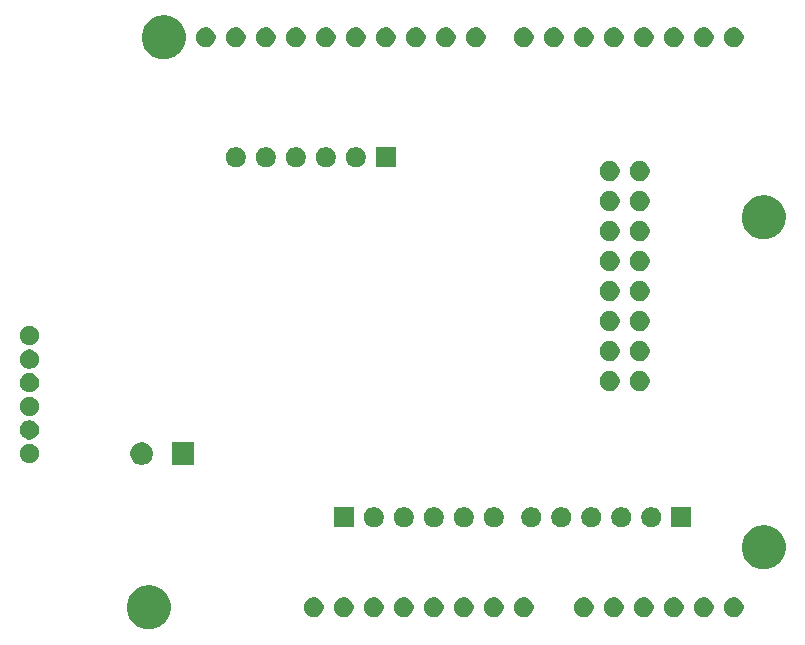
<source format=gbr>
G04 #@! TF.GenerationSoftware,KiCad,Pcbnew,(5.0.2)-1*
G04 #@! TF.CreationDate,2019-04-01T18:20:07-07:00*
G04 #@! TF.ProjectId,Arduino_uno_sheild,41726475-696e-46f5-9f75-6e6f5f736865,rev?*
G04 #@! TF.SameCoordinates,Original*
G04 #@! TF.FileFunction,Soldermask,Bot*
G04 #@! TF.FilePolarity,Negative*
%FSLAX46Y46*%
G04 Gerber Fmt 4.6, Leading zero omitted, Abs format (unit mm)*
G04 Created by KiCad (PCBNEW (5.0.2)-1) date 4/1/2019 6:20:07 PM*
%MOMM*%
%LPD*%
G01*
G04 APERTURE LIST*
%ADD10C,0.100000*%
G04 APERTURE END LIST*
D10*
G36*
X14331113Y4355433D02*
X14509917Y4319867D01*
X14846777Y4180335D01*
X15147902Y3979130D01*
X15149947Y3977763D01*
X15407763Y3719947D01*
X15407765Y3719944D01*
X15610335Y3416777D01*
X15749867Y3079917D01*
X15821000Y2722308D01*
X15821000Y2357692D01*
X15749867Y2000083D01*
X15610335Y1663223D01*
X15409130Y1362098D01*
X15407763Y1360053D01*
X15149947Y1102237D01*
X15149944Y1102235D01*
X14846777Y899665D01*
X14509917Y760133D01*
X14331112Y724566D01*
X14152309Y689000D01*
X13787691Y689000D01*
X13608887Y724567D01*
X13430083Y760133D01*
X13093223Y899665D01*
X12790056Y1102235D01*
X12790053Y1102237D01*
X12532237Y1360053D01*
X12530870Y1362098D01*
X12329665Y1663223D01*
X12190133Y2000083D01*
X12119000Y2357692D01*
X12119000Y2722308D01*
X12190133Y3079917D01*
X12329665Y3416777D01*
X12532235Y3719944D01*
X12532237Y3719947D01*
X12790053Y3977763D01*
X12792098Y3979130D01*
X13093223Y4180335D01*
X13430083Y4319867D01*
X13608888Y4355434D01*
X13787691Y4391000D01*
X14152309Y4391000D01*
X14331113Y4355433D01*
X14331113Y4355433D01*
G37*
G36*
X45962391Y3339066D02*
X45962393Y3339065D01*
X45962394Y3339065D01*
X46113626Y3276423D01*
X46113627Y3276422D01*
X46249735Y3185478D01*
X46365478Y3069735D01*
X46365480Y3069732D01*
X46456423Y2933626D01*
X46519065Y2782394D01*
X46551000Y2621846D01*
X46551000Y2458154D01*
X46519065Y2297606D01*
X46456423Y2146374D01*
X46456422Y2146373D01*
X46365478Y2010265D01*
X46249735Y1894522D01*
X46249732Y1894520D01*
X46113626Y1803577D01*
X45962394Y1740935D01*
X45962393Y1740935D01*
X45962391Y1740934D01*
X45801848Y1709000D01*
X45638152Y1709000D01*
X45477609Y1740934D01*
X45477607Y1740935D01*
X45477606Y1740935D01*
X45326374Y1803577D01*
X45190268Y1894520D01*
X45190265Y1894522D01*
X45074522Y2010265D01*
X44983578Y2146373D01*
X44983577Y2146374D01*
X44920935Y2297606D01*
X44889000Y2458154D01*
X44889000Y2621846D01*
X44920935Y2782394D01*
X44983577Y2933626D01*
X45074520Y3069732D01*
X45074522Y3069735D01*
X45190265Y3185478D01*
X45326373Y3276422D01*
X45326374Y3276423D01*
X45477606Y3339065D01*
X45477607Y3339065D01*
X45477609Y3339066D01*
X45638152Y3371000D01*
X45801848Y3371000D01*
X45962391Y3339066D01*
X45962391Y3339066D01*
G37*
G36*
X28182391Y3339066D02*
X28182393Y3339065D01*
X28182394Y3339065D01*
X28333626Y3276423D01*
X28333627Y3276422D01*
X28469735Y3185478D01*
X28585478Y3069735D01*
X28585480Y3069732D01*
X28676423Y2933626D01*
X28739065Y2782394D01*
X28771000Y2621846D01*
X28771000Y2458154D01*
X28739065Y2297606D01*
X28676423Y2146374D01*
X28676422Y2146373D01*
X28585478Y2010265D01*
X28469735Y1894522D01*
X28469732Y1894520D01*
X28333626Y1803577D01*
X28182394Y1740935D01*
X28182393Y1740935D01*
X28182391Y1740934D01*
X28021848Y1709000D01*
X27858152Y1709000D01*
X27697609Y1740934D01*
X27697607Y1740935D01*
X27697606Y1740935D01*
X27546374Y1803577D01*
X27410268Y1894520D01*
X27410265Y1894522D01*
X27294522Y2010265D01*
X27203578Y2146373D01*
X27203577Y2146374D01*
X27140935Y2297606D01*
X27109000Y2458154D01*
X27109000Y2621846D01*
X27140935Y2782394D01*
X27203577Y2933626D01*
X27294520Y3069732D01*
X27294522Y3069735D01*
X27410265Y3185478D01*
X27546373Y3276422D01*
X27546374Y3276423D01*
X27697606Y3339065D01*
X27697607Y3339065D01*
X27697609Y3339066D01*
X27858152Y3371000D01*
X28021848Y3371000D01*
X28182391Y3339066D01*
X28182391Y3339066D01*
G37*
G36*
X30722391Y3339066D02*
X30722393Y3339065D01*
X30722394Y3339065D01*
X30873626Y3276423D01*
X30873627Y3276422D01*
X31009735Y3185478D01*
X31125478Y3069735D01*
X31125480Y3069732D01*
X31216423Y2933626D01*
X31279065Y2782394D01*
X31311000Y2621846D01*
X31311000Y2458154D01*
X31279065Y2297606D01*
X31216423Y2146374D01*
X31216422Y2146373D01*
X31125478Y2010265D01*
X31009735Y1894522D01*
X31009732Y1894520D01*
X30873626Y1803577D01*
X30722394Y1740935D01*
X30722393Y1740935D01*
X30722391Y1740934D01*
X30561848Y1709000D01*
X30398152Y1709000D01*
X30237609Y1740934D01*
X30237607Y1740935D01*
X30237606Y1740935D01*
X30086374Y1803577D01*
X29950268Y1894520D01*
X29950265Y1894522D01*
X29834522Y2010265D01*
X29743578Y2146373D01*
X29743577Y2146374D01*
X29680935Y2297606D01*
X29649000Y2458154D01*
X29649000Y2621846D01*
X29680935Y2782394D01*
X29743577Y2933626D01*
X29834520Y3069732D01*
X29834522Y3069735D01*
X29950265Y3185478D01*
X30086373Y3276422D01*
X30086374Y3276423D01*
X30237606Y3339065D01*
X30237607Y3339065D01*
X30237609Y3339066D01*
X30398152Y3371000D01*
X30561848Y3371000D01*
X30722391Y3339066D01*
X30722391Y3339066D01*
G37*
G36*
X33262391Y3339066D02*
X33262393Y3339065D01*
X33262394Y3339065D01*
X33413626Y3276423D01*
X33413627Y3276422D01*
X33549735Y3185478D01*
X33665478Y3069735D01*
X33665480Y3069732D01*
X33756423Y2933626D01*
X33819065Y2782394D01*
X33851000Y2621846D01*
X33851000Y2458154D01*
X33819065Y2297606D01*
X33756423Y2146374D01*
X33756422Y2146373D01*
X33665478Y2010265D01*
X33549735Y1894522D01*
X33549732Y1894520D01*
X33413626Y1803577D01*
X33262394Y1740935D01*
X33262393Y1740935D01*
X33262391Y1740934D01*
X33101848Y1709000D01*
X32938152Y1709000D01*
X32777609Y1740934D01*
X32777607Y1740935D01*
X32777606Y1740935D01*
X32626374Y1803577D01*
X32490268Y1894520D01*
X32490265Y1894522D01*
X32374522Y2010265D01*
X32283578Y2146373D01*
X32283577Y2146374D01*
X32220935Y2297606D01*
X32189000Y2458154D01*
X32189000Y2621846D01*
X32220935Y2782394D01*
X32283577Y2933626D01*
X32374520Y3069732D01*
X32374522Y3069735D01*
X32490265Y3185478D01*
X32626373Y3276422D01*
X32626374Y3276423D01*
X32777606Y3339065D01*
X32777607Y3339065D01*
X32777609Y3339066D01*
X32938152Y3371000D01*
X33101848Y3371000D01*
X33262391Y3339066D01*
X33262391Y3339066D01*
G37*
G36*
X35802391Y3339066D02*
X35802393Y3339065D01*
X35802394Y3339065D01*
X35953626Y3276423D01*
X35953627Y3276422D01*
X36089735Y3185478D01*
X36205478Y3069735D01*
X36205480Y3069732D01*
X36296423Y2933626D01*
X36359065Y2782394D01*
X36391000Y2621846D01*
X36391000Y2458154D01*
X36359065Y2297606D01*
X36296423Y2146374D01*
X36296422Y2146373D01*
X36205478Y2010265D01*
X36089735Y1894522D01*
X36089732Y1894520D01*
X35953626Y1803577D01*
X35802394Y1740935D01*
X35802393Y1740935D01*
X35802391Y1740934D01*
X35641848Y1709000D01*
X35478152Y1709000D01*
X35317609Y1740934D01*
X35317607Y1740935D01*
X35317606Y1740935D01*
X35166374Y1803577D01*
X35030268Y1894520D01*
X35030265Y1894522D01*
X34914522Y2010265D01*
X34823578Y2146373D01*
X34823577Y2146374D01*
X34760935Y2297606D01*
X34729000Y2458154D01*
X34729000Y2621846D01*
X34760935Y2782394D01*
X34823577Y2933626D01*
X34914520Y3069732D01*
X34914522Y3069735D01*
X35030265Y3185478D01*
X35166373Y3276422D01*
X35166374Y3276423D01*
X35317606Y3339065D01*
X35317607Y3339065D01*
X35317609Y3339066D01*
X35478152Y3371000D01*
X35641848Y3371000D01*
X35802391Y3339066D01*
X35802391Y3339066D01*
G37*
G36*
X38342391Y3339066D02*
X38342393Y3339065D01*
X38342394Y3339065D01*
X38493626Y3276423D01*
X38493627Y3276422D01*
X38629735Y3185478D01*
X38745478Y3069735D01*
X38745480Y3069732D01*
X38836423Y2933626D01*
X38899065Y2782394D01*
X38931000Y2621846D01*
X38931000Y2458154D01*
X38899065Y2297606D01*
X38836423Y2146374D01*
X38836422Y2146373D01*
X38745478Y2010265D01*
X38629735Y1894522D01*
X38629732Y1894520D01*
X38493626Y1803577D01*
X38342394Y1740935D01*
X38342393Y1740935D01*
X38342391Y1740934D01*
X38181848Y1709000D01*
X38018152Y1709000D01*
X37857609Y1740934D01*
X37857607Y1740935D01*
X37857606Y1740935D01*
X37706374Y1803577D01*
X37570268Y1894520D01*
X37570265Y1894522D01*
X37454522Y2010265D01*
X37363578Y2146373D01*
X37363577Y2146374D01*
X37300935Y2297606D01*
X37269000Y2458154D01*
X37269000Y2621846D01*
X37300935Y2782394D01*
X37363577Y2933626D01*
X37454520Y3069732D01*
X37454522Y3069735D01*
X37570265Y3185478D01*
X37706373Y3276422D01*
X37706374Y3276423D01*
X37857606Y3339065D01*
X37857607Y3339065D01*
X37857609Y3339066D01*
X38018152Y3371000D01*
X38181848Y3371000D01*
X38342391Y3339066D01*
X38342391Y3339066D01*
G37*
G36*
X40882391Y3339066D02*
X40882393Y3339065D01*
X40882394Y3339065D01*
X41033626Y3276423D01*
X41033627Y3276422D01*
X41169735Y3185478D01*
X41285478Y3069735D01*
X41285480Y3069732D01*
X41376423Y2933626D01*
X41439065Y2782394D01*
X41471000Y2621846D01*
X41471000Y2458154D01*
X41439065Y2297606D01*
X41376423Y2146374D01*
X41376422Y2146373D01*
X41285478Y2010265D01*
X41169735Y1894522D01*
X41169732Y1894520D01*
X41033626Y1803577D01*
X40882394Y1740935D01*
X40882393Y1740935D01*
X40882391Y1740934D01*
X40721848Y1709000D01*
X40558152Y1709000D01*
X40397609Y1740934D01*
X40397607Y1740935D01*
X40397606Y1740935D01*
X40246374Y1803577D01*
X40110268Y1894520D01*
X40110265Y1894522D01*
X39994522Y2010265D01*
X39903578Y2146373D01*
X39903577Y2146374D01*
X39840935Y2297606D01*
X39809000Y2458154D01*
X39809000Y2621846D01*
X39840935Y2782394D01*
X39903577Y2933626D01*
X39994520Y3069732D01*
X39994522Y3069735D01*
X40110265Y3185478D01*
X40246373Y3276422D01*
X40246374Y3276423D01*
X40397606Y3339065D01*
X40397607Y3339065D01*
X40397609Y3339066D01*
X40558152Y3371000D01*
X40721848Y3371000D01*
X40882391Y3339066D01*
X40882391Y3339066D01*
G37*
G36*
X51042391Y3339066D02*
X51042393Y3339065D01*
X51042394Y3339065D01*
X51193626Y3276423D01*
X51193627Y3276422D01*
X51329735Y3185478D01*
X51445478Y3069735D01*
X51445480Y3069732D01*
X51536423Y2933626D01*
X51599065Y2782394D01*
X51631000Y2621846D01*
X51631000Y2458154D01*
X51599065Y2297606D01*
X51536423Y2146374D01*
X51536422Y2146373D01*
X51445478Y2010265D01*
X51329735Y1894522D01*
X51329732Y1894520D01*
X51193626Y1803577D01*
X51042394Y1740935D01*
X51042393Y1740935D01*
X51042391Y1740934D01*
X50881848Y1709000D01*
X50718152Y1709000D01*
X50557609Y1740934D01*
X50557607Y1740935D01*
X50557606Y1740935D01*
X50406374Y1803577D01*
X50270268Y1894520D01*
X50270265Y1894522D01*
X50154522Y2010265D01*
X50063578Y2146373D01*
X50063577Y2146374D01*
X50000935Y2297606D01*
X49969000Y2458154D01*
X49969000Y2621846D01*
X50000935Y2782394D01*
X50063577Y2933626D01*
X50154520Y3069732D01*
X50154522Y3069735D01*
X50270265Y3185478D01*
X50406373Y3276422D01*
X50406374Y3276423D01*
X50557606Y3339065D01*
X50557607Y3339065D01*
X50557609Y3339066D01*
X50718152Y3371000D01*
X50881848Y3371000D01*
X51042391Y3339066D01*
X51042391Y3339066D01*
G37*
G36*
X53582391Y3339066D02*
X53582393Y3339065D01*
X53582394Y3339065D01*
X53733626Y3276423D01*
X53733627Y3276422D01*
X53869735Y3185478D01*
X53985478Y3069735D01*
X53985480Y3069732D01*
X54076423Y2933626D01*
X54139065Y2782394D01*
X54171000Y2621846D01*
X54171000Y2458154D01*
X54139065Y2297606D01*
X54076423Y2146374D01*
X54076422Y2146373D01*
X53985478Y2010265D01*
X53869735Y1894522D01*
X53869732Y1894520D01*
X53733626Y1803577D01*
X53582394Y1740935D01*
X53582393Y1740935D01*
X53582391Y1740934D01*
X53421848Y1709000D01*
X53258152Y1709000D01*
X53097609Y1740934D01*
X53097607Y1740935D01*
X53097606Y1740935D01*
X52946374Y1803577D01*
X52810268Y1894520D01*
X52810265Y1894522D01*
X52694522Y2010265D01*
X52603578Y2146373D01*
X52603577Y2146374D01*
X52540935Y2297606D01*
X52509000Y2458154D01*
X52509000Y2621846D01*
X52540935Y2782394D01*
X52603577Y2933626D01*
X52694520Y3069732D01*
X52694522Y3069735D01*
X52810265Y3185478D01*
X52946373Y3276422D01*
X52946374Y3276423D01*
X53097606Y3339065D01*
X53097607Y3339065D01*
X53097609Y3339066D01*
X53258152Y3371000D01*
X53421848Y3371000D01*
X53582391Y3339066D01*
X53582391Y3339066D01*
G37*
G36*
X56122391Y3339066D02*
X56122393Y3339065D01*
X56122394Y3339065D01*
X56273626Y3276423D01*
X56273627Y3276422D01*
X56409735Y3185478D01*
X56525478Y3069735D01*
X56525480Y3069732D01*
X56616423Y2933626D01*
X56679065Y2782394D01*
X56711000Y2621846D01*
X56711000Y2458154D01*
X56679065Y2297606D01*
X56616423Y2146374D01*
X56616422Y2146373D01*
X56525478Y2010265D01*
X56409735Y1894522D01*
X56409732Y1894520D01*
X56273626Y1803577D01*
X56122394Y1740935D01*
X56122393Y1740935D01*
X56122391Y1740934D01*
X55961848Y1709000D01*
X55798152Y1709000D01*
X55637609Y1740934D01*
X55637607Y1740935D01*
X55637606Y1740935D01*
X55486374Y1803577D01*
X55350268Y1894520D01*
X55350265Y1894522D01*
X55234522Y2010265D01*
X55143578Y2146373D01*
X55143577Y2146374D01*
X55080935Y2297606D01*
X55049000Y2458154D01*
X55049000Y2621846D01*
X55080935Y2782394D01*
X55143577Y2933626D01*
X55234520Y3069732D01*
X55234522Y3069735D01*
X55350265Y3185478D01*
X55486373Y3276422D01*
X55486374Y3276423D01*
X55637606Y3339065D01*
X55637607Y3339065D01*
X55637609Y3339066D01*
X55798152Y3371000D01*
X55961848Y3371000D01*
X56122391Y3339066D01*
X56122391Y3339066D01*
G37*
G36*
X58662391Y3339066D02*
X58662393Y3339065D01*
X58662394Y3339065D01*
X58813626Y3276423D01*
X58813627Y3276422D01*
X58949735Y3185478D01*
X59065478Y3069735D01*
X59065480Y3069732D01*
X59156423Y2933626D01*
X59219065Y2782394D01*
X59251000Y2621846D01*
X59251000Y2458154D01*
X59219065Y2297606D01*
X59156423Y2146374D01*
X59156422Y2146373D01*
X59065478Y2010265D01*
X58949735Y1894522D01*
X58949732Y1894520D01*
X58813626Y1803577D01*
X58662394Y1740935D01*
X58662393Y1740935D01*
X58662391Y1740934D01*
X58501848Y1709000D01*
X58338152Y1709000D01*
X58177609Y1740934D01*
X58177607Y1740935D01*
X58177606Y1740935D01*
X58026374Y1803577D01*
X57890268Y1894520D01*
X57890265Y1894522D01*
X57774522Y2010265D01*
X57683578Y2146373D01*
X57683577Y2146374D01*
X57620935Y2297606D01*
X57589000Y2458154D01*
X57589000Y2621846D01*
X57620935Y2782394D01*
X57683577Y2933626D01*
X57774520Y3069732D01*
X57774522Y3069735D01*
X57890265Y3185478D01*
X58026373Y3276422D01*
X58026374Y3276423D01*
X58177606Y3339065D01*
X58177607Y3339065D01*
X58177609Y3339066D01*
X58338152Y3371000D01*
X58501848Y3371000D01*
X58662391Y3339066D01*
X58662391Y3339066D01*
G37*
G36*
X61202391Y3339066D02*
X61202393Y3339065D01*
X61202394Y3339065D01*
X61353626Y3276423D01*
X61353627Y3276422D01*
X61489735Y3185478D01*
X61605478Y3069735D01*
X61605480Y3069732D01*
X61696423Y2933626D01*
X61759065Y2782394D01*
X61791000Y2621846D01*
X61791000Y2458154D01*
X61759065Y2297606D01*
X61696423Y2146374D01*
X61696422Y2146373D01*
X61605478Y2010265D01*
X61489735Y1894522D01*
X61489732Y1894520D01*
X61353626Y1803577D01*
X61202394Y1740935D01*
X61202393Y1740935D01*
X61202391Y1740934D01*
X61041848Y1709000D01*
X60878152Y1709000D01*
X60717609Y1740934D01*
X60717607Y1740935D01*
X60717606Y1740935D01*
X60566374Y1803577D01*
X60430268Y1894520D01*
X60430265Y1894522D01*
X60314522Y2010265D01*
X60223578Y2146373D01*
X60223577Y2146374D01*
X60160935Y2297606D01*
X60129000Y2458154D01*
X60129000Y2621846D01*
X60160935Y2782394D01*
X60223577Y2933626D01*
X60314520Y3069732D01*
X60314522Y3069735D01*
X60430265Y3185478D01*
X60566373Y3276422D01*
X60566374Y3276423D01*
X60717606Y3339065D01*
X60717607Y3339065D01*
X60717609Y3339066D01*
X60878152Y3371000D01*
X61041848Y3371000D01*
X61202391Y3339066D01*
X61202391Y3339066D01*
G37*
G36*
X63742391Y3339066D02*
X63742393Y3339065D01*
X63742394Y3339065D01*
X63893626Y3276423D01*
X63893627Y3276422D01*
X64029735Y3185478D01*
X64145478Y3069735D01*
X64145480Y3069732D01*
X64236423Y2933626D01*
X64299065Y2782394D01*
X64331000Y2621846D01*
X64331000Y2458154D01*
X64299065Y2297606D01*
X64236423Y2146374D01*
X64236422Y2146373D01*
X64145478Y2010265D01*
X64029735Y1894522D01*
X64029732Y1894520D01*
X63893626Y1803577D01*
X63742394Y1740935D01*
X63742393Y1740935D01*
X63742391Y1740934D01*
X63581848Y1709000D01*
X63418152Y1709000D01*
X63257609Y1740934D01*
X63257607Y1740935D01*
X63257606Y1740935D01*
X63106374Y1803577D01*
X62970268Y1894520D01*
X62970265Y1894522D01*
X62854522Y2010265D01*
X62763578Y2146373D01*
X62763577Y2146374D01*
X62700935Y2297606D01*
X62669000Y2458154D01*
X62669000Y2621846D01*
X62700935Y2782394D01*
X62763577Y2933626D01*
X62854520Y3069732D01*
X62854522Y3069735D01*
X62970265Y3185478D01*
X63106373Y3276422D01*
X63106374Y3276423D01*
X63257606Y3339065D01*
X63257607Y3339065D01*
X63257609Y3339066D01*
X63418152Y3371000D01*
X63581848Y3371000D01*
X63742391Y3339066D01*
X63742391Y3339066D01*
G37*
G36*
X43422391Y3339066D02*
X43422393Y3339065D01*
X43422394Y3339065D01*
X43573626Y3276423D01*
X43573627Y3276422D01*
X43709735Y3185478D01*
X43825478Y3069735D01*
X43825480Y3069732D01*
X43916423Y2933626D01*
X43979065Y2782394D01*
X44011000Y2621846D01*
X44011000Y2458154D01*
X43979065Y2297606D01*
X43916423Y2146374D01*
X43916422Y2146373D01*
X43825478Y2010265D01*
X43709735Y1894522D01*
X43709732Y1894520D01*
X43573626Y1803577D01*
X43422394Y1740935D01*
X43422393Y1740935D01*
X43422391Y1740934D01*
X43261848Y1709000D01*
X43098152Y1709000D01*
X42937609Y1740934D01*
X42937607Y1740935D01*
X42937606Y1740935D01*
X42786374Y1803577D01*
X42650268Y1894520D01*
X42650265Y1894522D01*
X42534522Y2010265D01*
X42443578Y2146373D01*
X42443577Y2146374D01*
X42380935Y2297606D01*
X42349000Y2458154D01*
X42349000Y2621846D01*
X42380935Y2782394D01*
X42443577Y2933626D01*
X42534520Y3069732D01*
X42534522Y3069735D01*
X42650265Y3185478D01*
X42786373Y3276422D01*
X42786374Y3276423D01*
X42937606Y3339065D01*
X42937607Y3339065D01*
X42937609Y3339066D01*
X43098152Y3371000D01*
X43261848Y3371000D01*
X43422391Y3339066D01*
X43422391Y3339066D01*
G37*
G36*
X66401113Y9435433D02*
X66579917Y9399867D01*
X66916777Y9260335D01*
X67217902Y9059130D01*
X67219947Y9057763D01*
X67477763Y8799947D01*
X67477765Y8799944D01*
X67680335Y8496777D01*
X67819867Y8159917D01*
X67891000Y7802308D01*
X67891000Y7437692D01*
X67819867Y7080083D01*
X67680335Y6743223D01*
X67479130Y6442098D01*
X67477763Y6440053D01*
X67219947Y6182237D01*
X67219944Y6182235D01*
X66916777Y5979665D01*
X66579917Y5840133D01*
X66401112Y5804566D01*
X66222309Y5769000D01*
X65857691Y5769000D01*
X65678888Y5804566D01*
X65500083Y5840133D01*
X65163223Y5979665D01*
X64860056Y6182235D01*
X64860053Y6182237D01*
X64602237Y6440053D01*
X64600870Y6442098D01*
X64399665Y6743223D01*
X64260133Y7080083D01*
X64189000Y7437692D01*
X64189000Y7802308D01*
X64260133Y8159917D01*
X64399665Y8496777D01*
X64602235Y8799944D01*
X64602237Y8799947D01*
X64860053Y9057763D01*
X64862098Y9059130D01*
X65163223Y9260335D01*
X65500083Y9399867D01*
X65678887Y9435433D01*
X65857691Y9471000D01*
X66222309Y9471000D01*
X66401113Y9435433D01*
X66401113Y9435433D01*
G37*
G36*
X38348228Y10978297D02*
X38503100Y10914147D01*
X38642481Y10821015D01*
X38761015Y10702481D01*
X38854147Y10563100D01*
X38918297Y10408228D01*
X38951000Y10243816D01*
X38951000Y10076184D01*
X38918297Y9911772D01*
X38854147Y9756900D01*
X38761015Y9617519D01*
X38642481Y9498985D01*
X38503100Y9405853D01*
X38348228Y9341703D01*
X38183816Y9309000D01*
X38016184Y9309000D01*
X37851772Y9341703D01*
X37696900Y9405853D01*
X37557519Y9498985D01*
X37438985Y9617519D01*
X37345853Y9756900D01*
X37281703Y9911772D01*
X37249000Y10076184D01*
X37249000Y10243816D01*
X37281703Y10408228D01*
X37345853Y10563100D01*
X37438985Y10702481D01*
X37557519Y10821015D01*
X37696900Y10914147D01*
X37851772Y10978297D01*
X38016184Y11011000D01*
X38183816Y11011000D01*
X38348228Y10978297D01*
X38348228Y10978297D01*
G37*
G36*
X31331000Y9309000D02*
X29629000Y9309000D01*
X29629000Y11011000D01*
X31331000Y11011000D01*
X31331000Y9309000D01*
X31331000Y9309000D01*
G37*
G36*
X33268228Y10978297D02*
X33423100Y10914147D01*
X33562481Y10821015D01*
X33681015Y10702481D01*
X33774147Y10563100D01*
X33838297Y10408228D01*
X33871000Y10243816D01*
X33871000Y10076184D01*
X33838297Y9911772D01*
X33774147Y9756900D01*
X33681015Y9617519D01*
X33562481Y9498985D01*
X33423100Y9405853D01*
X33268228Y9341703D01*
X33103816Y9309000D01*
X32936184Y9309000D01*
X32771772Y9341703D01*
X32616900Y9405853D01*
X32477519Y9498985D01*
X32358985Y9617519D01*
X32265853Y9756900D01*
X32201703Y9911772D01*
X32169000Y10076184D01*
X32169000Y10243816D01*
X32201703Y10408228D01*
X32265853Y10563100D01*
X32358985Y10702481D01*
X32477519Y10821015D01*
X32616900Y10914147D01*
X32771772Y10978297D01*
X32936184Y11011000D01*
X33103816Y11011000D01*
X33268228Y10978297D01*
X33268228Y10978297D01*
G37*
G36*
X35808228Y10978297D02*
X35963100Y10914147D01*
X36102481Y10821015D01*
X36221015Y10702481D01*
X36314147Y10563100D01*
X36378297Y10408228D01*
X36411000Y10243816D01*
X36411000Y10076184D01*
X36378297Y9911772D01*
X36314147Y9756900D01*
X36221015Y9617519D01*
X36102481Y9498985D01*
X35963100Y9405853D01*
X35808228Y9341703D01*
X35643816Y9309000D01*
X35476184Y9309000D01*
X35311772Y9341703D01*
X35156900Y9405853D01*
X35017519Y9498985D01*
X34898985Y9617519D01*
X34805853Y9756900D01*
X34741703Y9911772D01*
X34709000Y10076184D01*
X34709000Y10243816D01*
X34741703Y10408228D01*
X34805853Y10563100D01*
X34898985Y10702481D01*
X35017519Y10821015D01*
X35156900Y10914147D01*
X35311772Y10978297D01*
X35476184Y11011000D01*
X35643816Y11011000D01*
X35808228Y10978297D01*
X35808228Y10978297D01*
G37*
G36*
X40888228Y10978297D02*
X41043100Y10914147D01*
X41182481Y10821015D01*
X41301015Y10702481D01*
X41394147Y10563100D01*
X41458297Y10408228D01*
X41491000Y10243816D01*
X41491000Y10076184D01*
X41458297Y9911772D01*
X41394147Y9756900D01*
X41301015Y9617519D01*
X41182481Y9498985D01*
X41043100Y9405853D01*
X40888228Y9341703D01*
X40723816Y9309000D01*
X40556184Y9309000D01*
X40391772Y9341703D01*
X40236900Y9405853D01*
X40097519Y9498985D01*
X39978985Y9617519D01*
X39885853Y9756900D01*
X39821703Y9911772D01*
X39789000Y10076184D01*
X39789000Y10243816D01*
X39821703Y10408228D01*
X39885853Y10563100D01*
X39978985Y10702481D01*
X40097519Y10821015D01*
X40236900Y10914147D01*
X40391772Y10978297D01*
X40556184Y11011000D01*
X40723816Y11011000D01*
X40888228Y10978297D01*
X40888228Y10978297D01*
G37*
G36*
X43428228Y10978297D02*
X43583100Y10914147D01*
X43722481Y10821015D01*
X43841015Y10702481D01*
X43934147Y10563100D01*
X43998297Y10408228D01*
X44031000Y10243816D01*
X44031000Y10076184D01*
X43998297Y9911772D01*
X43934147Y9756900D01*
X43841015Y9617519D01*
X43722481Y9498985D01*
X43583100Y9405853D01*
X43428228Y9341703D01*
X43263816Y9309000D01*
X43096184Y9309000D01*
X42931772Y9341703D01*
X42776900Y9405853D01*
X42637519Y9498985D01*
X42518985Y9617519D01*
X42425853Y9756900D01*
X42361703Y9911772D01*
X42329000Y10076184D01*
X42329000Y10243816D01*
X42361703Y10408228D01*
X42425853Y10563100D01*
X42518985Y10702481D01*
X42637519Y10821015D01*
X42776900Y10914147D01*
X42931772Y10978297D01*
X43096184Y11011000D01*
X43263816Y11011000D01*
X43428228Y10978297D01*
X43428228Y10978297D01*
G37*
G36*
X59906000Y9309000D02*
X58204000Y9309000D01*
X58204000Y11011000D01*
X59906000Y11011000D01*
X59906000Y9309000D01*
X59906000Y9309000D01*
G37*
G36*
X51683228Y10978297D02*
X51838100Y10914147D01*
X51977481Y10821015D01*
X52096015Y10702481D01*
X52189147Y10563100D01*
X52253297Y10408228D01*
X52286000Y10243816D01*
X52286000Y10076184D01*
X52253297Y9911772D01*
X52189147Y9756900D01*
X52096015Y9617519D01*
X51977481Y9498985D01*
X51838100Y9405853D01*
X51683228Y9341703D01*
X51518816Y9309000D01*
X51351184Y9309000D01*
X51186772Y9341703D01*
X51031900Y9405853D01*
X50892519Y9498985D01*
X50773985Y9617519D01*
X50680853Y9756900D01*
X50616703Y9911772D01*
X50584000Y10076184D01*
X50584000Y10243816D01*
X50616703Y10408228D01*
X50680853Y10563100D01*
X50773985Y10702481D01*
X50892519Y10821015D01*
X51031900Y10914147D01*
X51186772Y10978297D01*
X51351184Y11011000D01*
X51518816Y11011000D01*
X51683228Y10978297D01*
X51683228Y10978297D01*
G37*
G36*
X49143228Y10978297D02*
X49298100Y10914147D01*
X49437481Y10821015D01*
X49556015Y10702481D01*
X49649147Y10563100D01*
X49713297Y10408228D01*
X49746000Y10243816D01*
X49746000Y10076184D01*
X49713297Y9911772D01*
X49649147Y9756900D01*
X49556015Y9617519D01*
X49437481Y9498985D01*
X49298100Y9405853D01*
X49143228Y9341703D01*
X48978816Y9309000D01*
X48811184Y9309000D01*
X48646772Y9341703D01*
X48491900Y9405853D01*
X48352519Y9498985D01*
X48233985Y9617519D01*
X48140853Y9756900D01*
X48076703Y9911772D01*
X48044000Y10076184D01*
X48044000Y10243816D01*
X48076703Y10408228D01*
X48140853Y10563100D01*
X48233985Y10702481D01*
X48352519Y10821015D01*
X48491900Y10914147D01*
X48646772Y10978297D01*
X48811184Y11011000D01*
X48978816Y11011000D01*
X49143228Y10978297D01*
X49143228Y10978297D01*
G37*
G36*
X46603228Y10978297D02*
X46758100Y10914147D01*
X46897481Y10821015D01*
X47016015Y10702481D01*
X47109147Y10563100D01*
X47173297Y10408228D01*
X47206000Y10243816D01*
X47206000Y10076184D01*
X47173297Y9911772D01*
X47109147Y9756900D01*
X47016015Y9617519D01*
X46897481Y9498985D01*
X46758100Y9405853D01*
X46603228Y9341703D01*
X46438816Y9309000D01*
X46271184Y9309000D01*
X46106772Y9341703D01*
X45951900Y9405853D01*
X45812519Y9498985D01*
X45693985Y9617519D01*
X45600853Y9756900D01*
X45536703Y9911772D01*
X45504000Y10076184D01*
X45504000Y10243816D01*
X45536703Y10408228D01*
X45600853Y10563100D01*
X45693985Y10702481D01*
X45812519Y10821015D01*
X45951900Y10914147D01*
X46106772Y10978297D01*
X46271184Y11011000D01*
X46438816Y11011000D01*
X46603228Y10978297D01*
X46603228Y10978297D01*
G37*
G36*
X54223228Y10978297D02*
X54378100Y10914147D01*
X54517481Y10821015D01*
X54636015Y10702481D01*
X54729147Y10563100D01*
X54793297Y10408228D01*
X54826000Y10243816D01*
X54826000Y10076184D01*
X54793297Y9911772D01*
X54729147Y9756900D01*
X54636015Y9617519D01*
X54517481Y9498985D01*
X54378100Y9405853D01*
X54223228Y9341703D01*
X54058816Y9309000D01*
X53891184Y9309000D01*
X53726772Y9341703D01*
X53571900Y9405853D01*
X53432519Y9498985D01*
X53313985Y9617519D01*
X53220853Y9756900D01*
X53156703Y9911772D01*
X53124000Y10076184D01*
X53124000Y10243816D01*
X53156703Y10408228D01*
X53220853Y10563100D01*
X53313985Y10702481D01*
X53432519Y10821015D01*
X53571900Y10914147D01*
X53726772Y10978297D01*
X53891184Y11011000D01*
X54058816Y11011000D01*
X54223228Y10978297D01*
X54223228Y10978297D01*
G37*
G36*
X56763228Y10978297D02*
X56918100Y10914147D01*
X57057481Y10821015D01*
X57176015Y10702481D01*
X57269147Y10563100D01*
X57333297Y10408228D01*
X57366000Y10243816D01*
X57366000Y10076184D01*
X57333297Y9911772D01*
X57269147Y9756900D01*
X57176015Y9617519D01*
X57057481Y9498985D01*
X56918100Y9405853D01*
X56763228Y9341703D01*
X56598816Y9309000D01*
X56431184Y9309000D01*
X56266772Y9341703D01*
X56111900Y9405853D01*
X55972519Y9498985D01*
X55853985Y9617519D01*
X55760853Y9756900D01*
X55696703Y9911772D01*
X55664000Y10076184D01*
X55664000Y10243816D01*
X55696703Y10408228D01*
X55760853Y10563100D01*
X55853985Y10702481D01*
X55972519Y10821015D01*
X56111900Y10914147D01*
X56266772Y10978297D01*
X56431184Y11011000D01*
X56598816Y11011000D01*
X56763228Y10978297D01*
X56763228Y10978297D01*
G37*
G36*
X13642996Y16459254D02*
X13816066Y16387566D01*
X13971830Y16283488D01*
X14104288Y16151030D01*
X14208366Y15995266D01*
X14280054Y15822196D01*
X14316600Y15638467D01*
X14316600Y15451133D01*
X14280054Y15267404D01*
X14208366Y15094334D01*
X14104288Y14938570D01*
X13971830Y14806112D01*
X13816066Y14702034D01*
X13642996Y14630346D01*
X13459267Y14593800D01*
X13271933Y14593800D01*
X13088204Y14630346D01*
X12915134Y14702034D01*
X12759370Y14806112D01*
X12626912Y14938570D01*
X12522834Y15094334D01*
X12451146Y15267404D01*
X12414600Y15451133D01*
X12414600Y15638467D01*
X12451146Y15822196D01*
X12522834Y15995266D01*
X12626912Y16151030D01*
X12759370Y16283488D01*
X12915134Y16387566D01*
X13088204Y16459254D01*
X13271933Y16495800D01*
X13459267Y16495800D01*
X13642996Y16459254D01*
X13642996Y16459254D01*
G37*
G36*
X17816600Y14593800D02*
X15914600Y14593800D01*
X15914600Y16495800D01*
X17816600Y16495800D01*
X17816600Y14593800D01*
X17816600Y14593800D01*
G37*
G36*
X4097942Y16326558D02*
X4245902Y16265270D01*
X4379058Y16176298D01*
X4492298Y16063058D01*
X4581270Y15929902D01*
X4642558Y15781942D01*
X4673800Y15624875D01*
X4673800Y15464725D01*
X4642558Y15307658D01*
X4581270Y15159698D01*
X4492298Y15026542D01*
X4379058Y14913302D01*
X4245902Y14824330D01*
X4097942Y14763042D01*
X3940875Y14731800D01*
X3780725Y14731800D01*
X3623658Y14763042D01*
X3475698Y14824330D01*
X3342542Y14913302D01*
X3229302Y15026542D01*
X3140330Y15159698D01*
X3079042Y15307658D01*
X3047800Y15464725D01*
X3047800Y15624875D01*
X3079042Y15781942D01*
X3140330Y15929902D01*
X3229302Y16063058D01*
X3342542Y16176298D01*
X3475698Y16265270D01*
X3623658Y16326558D01*
X3780725Y16357800D01*
X3940875Y16357800D01*
X4097942Y16326558D01*
X4097942Y16326558D01*
G37*
G36*
X4097942Y18326558D02*
X4245902Y18265270D01*
X4379058Y18176298D01*
X4492298Y18063058D01*
X4581270Y17929902D01*
X4642558Y17781942D01*
X4673800Y17624875D01*
X4673800Y17464725D01*
X4642558Y17307658D01*
X4581270Y17159698D01*
X4492298Y17026542D01*
X4379058Y16913302D01*
X4245902Y16824330D01*
X4097942Y16763042D01*
X3940875Y16731800D01*
X3780725Y16731800D01*
X3623658Y16763042D01*
X3475698Y16824330D01*
X3342542Y16913302D01*
X3229302Y17026542D01*
X3140330Y17159698D01*
X3079042Y17307658D01*
X3047800Y17464725D01*
X3047800Y17624875D01*
X3079042Y17781942D01*
X3140330Y17929902D01*
X3229302Y18063058D01*
X3342542Y18176298D01*
X3475698Y18265270D01*
X3623658Y18326558D01*
X3780725Y18357800D01*
X3940875Y18357800D01*
X4097942Y18326558D01*
X4097942Y18326558D01*
G37*
G36*
X4097942Y20326558D02*
X4245902Y20265270D01*
X4379058Y20176298D01*
X4492298Y20063058D01*
X4581270Y19929902D01*
X4642558Y19781942D01*
X4673800Y19624875D01*
X4673800Y19464725D01*
X4642558Y19307658D01*
X4581270Y19159698D01*
X4492298Y19026542D01*
X4379058Y18913302D01*
X4245902Y18824330D01*
X4097942Y18763042D01*
X3940875Y18731800D01*
X3780725Y18731800D01*
X3623658Y18763042D01*
X3475698Y18824330D01*
X3342542Y18913302D01*
X3229302Y19026542D01*
X3140330Y19159698D01*
X3079042Y19307658D01*
X3047800Y19464725D01*
X3047800Y19624875D01*
X3079042Y19781942D01*
X3140330Y19929902D01*
X3229302Y20063058D01*
X3342542Y20176298D01*
X3475698Y20265270D01*
X3623658Y20326558D01*
X3780725Y20357800D01*
X3940875Y20357800D01*
X4097942Y20326558D01*
X4097942Y20326558D01*
G37*
G36*
X4097942Y22326558D02*
X4245902Y22265270D01*
X4379058Y22176298D01*
X4492298Y22063058D01*
X4581270Y21929902D01*
X4642558Y21781942D01*
X4673800Y21624875D01*
X4673800Y21464725D01*
X4642558Y21307658D01*
X4634622Y21288500D01*
X4581271Y21159700D01*
X4495000Y21030585D01*
X4492298Y21026542D01*
X4379058Y20913302D01*
X4245902Y20824330D01*
X4097942Y20763042D01*
X3940875Y20731800D01*
X3780725Y20731800D01*
X3623658Y20763042D01*
X3475698Y20824330D01*
X3342542Y20913302D01*
X3229302Y21026542D01*
X3226601Y21030585D01*
X3140329Y21159700D01*
X3086978Y21288500D01*
X3079042Y21307658D01*
X3047800Y21464725D01*
X3047800Y21624875D01*
X3079042Y21781942D01*
X3140330Y21929902D01*
X3229302Y22063058D01*
X3342542Y22176298D01*
X3475698Y22265270D01*
X3623658Y22326558D01*
X3780725Y22357800D01*
X3940875Y22357800D01*
X4097942Y22326558D01*
X4097942Y22326558D01*
G37*
G36*
X53232628Y22509897D02*
X53387500Y22445747D01*
X53526881Y22352615D01*
X53645415Y22234081D01*
X53738547Y22094700D01*
X53802697Y21939828D01*
X53835400Y21775416D01*
X53835400Y21607784D01*
X53802697Y21443372D01*
X53738547Y21288500D01*
X53645415Y21149119D01*
X53526881Y21030585D01*
X53387500Y20937453D01*
X53232628Y20873303D01*
X53068216Y20840600D01*
X52900584Y20840600D01*
X52736172Y20873303D01*
X52581300Y20937453D01*
X52441919Y21030585D01*
X52323385Y21149119D01*
X52230253Y21288500D01*
X52166103Y21443372D01*
X52133400Y21607784D01*
X52133400Y21775416D01*
X52166103Y21939828D01*
X52230253Y22094700D01*
X52323385Y22234081D01*
X52441919Y22352615D01*
X52581300Y22445747D01*
X52736172Y22509897D01*
X52900584Y22542600D01*
X53068216Y22542600D01*
X53232628Y22509897D01*
X53232628Y22509897D01*
G37*
G36*
X55772628Y22509897D02*
X55927500Y22445747D01*
X56066881Y22352615D01*
X56185415Y22234081D01*
X56278547Y22094700D01*
X56342697Y21939828D01*
X56375400Y21775416D01*
X56375400Y21607784D01*
X56342697Y21443372D01*
X56278547Y21288500D01*
X56185415Y21149119D01*
X56066881Y21030585D01*
X55927500Y20937453D01*
X55772628Y20873303D01*
X55608216Y20840600D01*
X55440584Y20840600D01*
X55276172Y20873303D01*
X55121300Y20937453D01*
X54981919Y21030585D01*
X54863385Y21149119D01*
X54770253Y21288500D01*
X54706103Y21443372D01*
X54673400Y21607784D01*
X54673400Y21775416D01*
X54706103Y21939828D01*
X54770253Y22094700D01*
X54863385Y22234081D01*
X54981919Y22352615D01*
X55121300Y22445747D01*
X55276172Y22509897D01*
X55440584Y22542600D01*
X55608216Y22542600D01*
X55772628Y22509897D01*
X55772628Y22509897D01*
G37*
G36*
X4097942Y24326558D02*
X4245902Y24265270D01*
X4379058Y24176298D01*
X4492298Y24063058D01*
X4581270Y23929902D01*
X4642558Y23781942D01*
X4673800Y23624875D01*
X4673800Y23464725D01*
X4642558Y23307658D01*
X4581270Y23159698D01*
X4492298Y23026542D01*
X4379058Y22913302D01*
X4245902Y22824330D01*
X4097942Y22763042D01*
X3940875Y22731800D01*
X3780725Y22731800D01*
X3623658Y22763042D01*
X3475698Y22824330D01*
X3342542Y22913302D01*
X3229302Y23026542D01*
X3140330Y23159698D01*
X3079042Y23307658D01*
X3047800Y23464725D01*
X3047800Y23624875D01*
X3079042Y23781942D01*
X3140330Y23929902D01*
X3229302Y24063058D01*
X3342542Y24176298D01*
X3475698Y24265270D01*
X3623658Y24326558D01*
X3780725Y24357800D01*
X3940875Y24357800D01*
X4097942Y24326558D01*
X4097942Y24326558D01*
G37*
G36*
X53232628Y25049897D02*
X53387500Y24985747D01*
X53526881Y24892615D01*
X53645415Y24774081D01*
X53738547Y24634700D01*
X53802697Y24479828D01*
X53835400Y24315416D01*
X53835400Y24147784D01*
X53802697Y23983372D01*
X53738547Y23828500D01*
X53645415Y23689119D01*
X53526881Y23570585D01*
X53387500Y23477453D01*
X53232628Y23413303D01*
X53068216Y23380600D01*
X52900584Y23380600D01*
X52736172Y23413303D01*
X52581300Y23477453D01*
X52441919Y23570585D01*
X52323385Y23689119D01*
X52230253Y23828500D01*
X52166103Y23983372D01*
X52133400Y24147784D01*
X52133400Y24315416D01*
X52166103Y24479828D01*
X52230253Y24634700D01*
X52323385Y24774081D01*
X52441919Y24892615D01*
X52581300Y24985747D01*
X52736172Y25049897D01*
X52900584Y25082600D01*
X53068216Y25082600D01*
X53232628Y25049897D01*
X53232628Y25049897D01*
G37*
G36*
X55772628Y25049897D02*
X55927500Y24985747D01*
X56066881Y24892615D01*
X56185415Y24774081D01*
X56278547Y24634700D01*
X56342697Y24479828D01*
X56375400Y24315416D01*
X56375400Y24147784D01*
X56342697Y23983372D01*
X56278547Y23828500D01*
X56185415Y23689119D01*
X56066881Y23570585D01*
X55927500Y23477453D01*
X55772628Y23413303D01*
X55608216Y23380600D01*
X55440584Y23380600D01*
X55276172Y23413303D01*
X55121300Y23477453D01*
X54981919Y23570585D01*
X54863385Y23689119D01*
X54770253Y23828500D01*
X54706103Y23983372D01*
X54673400Y24147784D01*
X54673400Y24315416D01*
X54706103Y24479828D01*
X54770253Y24634700D01*
X54863385Y24774081D01*
X54981919Y24892615D01*
X55121300Y24985747D01*
X55276172Y25049897D01*
X55440584Y25082600D01*
X55608216Y25082600D01*
X55772628Y25049897D01*
X55772628Y25049897D01*
G37*
G36*
X4097942Y26326558D02*
X4245902Y26265270D01*
X4379058Y26176298D01*
X4492298Y26063058D01*
X4581270Y25929902D01*
X4642558Y25781942D01*
X4673800Y25624875D01*
X4673800Y25464725D01*
X4642558Y25307658D01*
X4595154Y25193217D01*
X4581271Y25159700D01*
X4507904Y25049897D01*
X4492298Y25026542D01*
X4379058Y24913302D01*
X4245902Y24824330D01*
X4097942Y24763042D01*
X3940875Y24731800D01*
X3780725Y24731800D01*
X3623658Y24763042D01*
X3475698Y24824330D01*
X3342542Y24913302D01*
X3229302Y25026542D01*
X3213697Y25049897D01*
X3140329Y25159700D01*
X3126446Y25193217D01*
X3079042Y25307658D01*
X3047800Y25464725D01*
X3047800Y25624875D01*
X3079042Y25781942D01*
X3140330Y25929902D01*
X3229302Y26063058D01*
X3342542Y26176298D01*
X3475698Y26265270D01*
X3623658Y26326558D01*
X3780725Y26357800D01*
X3940875Y26357800D01*
X4097942Y26326558D01*
X4097942Y26326558D01*
G37*
G36*
X53232628Y27589897D02*
X53387500Y27525747D01*
X53526881Y27432615D01*
X53645415Y27314081D01*
X53738547Y27174700D01*
X53802697Y27019828D01*
X53835400Y26855416D01*
X53835400Y26687784D01*
X53802697Y26523372D01*
X53738547Y26368500D01*
X53645415Y26229119D01*
X53526881Y26110585D01*
X53387500Y26017453D01*
X53232628Y25953303D01*
X53068216Y25920600D01*
X52900584Y25920600D01*
X52736172Y25953303D01*
X52581300Y26017453D01*
X52441919Y26110585D01*
X52323385Y26229119D01*
X52230253Y26368500D01*
X52166103Y26523372D01*
X52133400Y26687784D01*
X52133400Y26855416D01*
X52166103Y27019828D01*
X52230253Y27174700D01*
X52323385Y27314081D01*
X52441919Y27432615D01*
X52581300Y27525747D01*
X52736172Y27589897D01*
X52900584Y27622600D01*
X53068216Y27622600D01*
X53232628Y27589897D01*
X53232628Y27589897D01*
G37*
G36*
X55772628Y27589897D02*
X55927500Y27525747D01*
X56066881Y27432615D01*
X56185415Y27314081D01*
X56278547Y27174700D01*
X56342697Y27019828D01*
X56375400Y26855416D01*
X56375400Y26687784D01*
X56342697Y26523372D01*
X56278547Y26368500D01*
X56185415Y26229119D01*
X56066881Y26110585D01*
X55927500Y26017453D01*
X55772628Y25953303D01*
X55608216Y25920600D01*
X55440584Y25920600D01*
X55276172Y25953303D01*
X55121300Y26017453D01*
X54981919Y26110585D01*
X54863385Y26229119D01*
X54770253Y26368500D01*
X54706103Y26523372D01*
X54673400Y26687784D01*
X54673400Y26855416D01*
X54706103Y27019828D01*
X54770253Y27174700D01*
X54863385Y27314081D01*
X54981919Y27432615D01*
X55121300Y27525747D01*
X55276172Y27589897D01*
X55440584Y27622600D01*
X55608216Y27622600D01*
X55772628Y27589897D01*
X55772628Y27589897D01*
G37*
G36*
X55772628Y30129897D02*
X55927500Y30065747D01*
X56066881Y29972615D01*
X56185415Y29854081D01*
X56278547Y29714700D01*
X56342697Y29559828D01*
X56375400Y29395416D01*
X56375400Y29227784D01*
X56342697Y29063372D01*
X56278547Y28908500D01*
X56185415Y28769119D01*
X56066881Y28650585D01*
X55927500Y28557453D01*
X55772628Y28493303D01*
X55608216Y28460600D01*
X55440584Y28460600D01*
X55276172Y28493303D01*
X55121300Y28557453D01*
X54981919Y28650585D01*
X54863385Y28769119D01*
X54770253Y28908500D01*
X54706103Y29063372D01*
X54673400Y29227784D01*
X54673400Y29395416D01*
X54706103Y29559828D01*
X54770253Y29714700D01*
X54863385Y29854081D01*
X54981919Y29972615D01*
X55121300Y30065747D01*
X55276172Y30129897D01*
X55440584Y30162600D01*
X55608216Y30162600D01*
X55772628Y30129897D01*
X55772628Y30129897D01*
G37*
G36*
X53232628Y30129897D02*
X53387500Y30065747D01*
X53526881Y29972615D01*
X53645415Y29854081D01*
X53738547Y29714700D01*
X53802697Y29559828D01*
X53835400Y29395416D01*
X53835400Y29227784D01*
X53802697Y29063372D01*
X53738547Y28908500D01*
X53645415Y28769119D01*
X53526881Y28650585D01*
X53387500Y28557453D01*
X53232628Y28493303D01*
X53068216Y28460600D01*
X52900584Y28460600D01*
X52736172Y28493303D01*
X52581300Y28557453D01*
X52441919Y28650585D01*
X52323385Y28769119D01*
X52230253Y28908500D01*
X52166103Y29063372D01*
X52133400Y29227784D01*
X52133400Y29395416D01*
X52166103Y29559828D01*
X52230253Y29714700D01*
X52323385Y29854081D01*
X52441919Y29972615D01*
X52581300Y30065747D01*
X52736172Y30129897D01*
X52900584Y30162600D01*
X53068216Y30162600D01*
X53232628Y30129897D01*
X53232628Y30129897D01*
G37*
G36*
X53232628Y32669897D02*
X53387500Y32605747D01*
X53526881Y32512615D01*
X53645415Y32394081D01*
X53738547Y32254700D01*
X53802697Y32099828D01*
X53835400Y31935416D01*
X53835400Y31767784D01*
X53802697Y31603372D01*
X53738547Y31448500D01*
X53645415Y31309119D01*
X53526881Y31190585D01*
X53387500Y31097453D01*
X53232628Y31033303D01*
X53068216Y31000600D01*
X52900584Y31000600D01*
X52736172Y31033303D01*
X52581300Y31097453D01*
X52441919Y31190585D01*
X52323385Y31309119D01*
X52230253Y31448500D01*
X52166103Y31603372D01*
X52133400Y31767784D01*
X52133400Y31935416D01*
X52166103Y32099828D01*
X52230253Y32254700D01*
X52323385Y32394081D01*
X52441919Y32512615D01*
X52581300Y32605747D01*
X52736172Y32669897D01*
X52900584Y32702600D01*
X53068216Y32702600D01*
X53232628Y32669897D01*
X53232628Y32669897D01*
G37*
G36*
X55772628Y32669897D02*
X55927500Y32605747D01*
X56066881Y32512615D01*
X56185415Y32394081D01*
X56278547Y32254700D01*
X56342697Y32099828D01*
X56375400Y31935416D01*
X56375400Y31767784D01*
X56342697Y31603372D01*
X56278547Y31448500D01*
X56185415Y31309119D01*
X56066881Y31190585D01*
X55927500Y31097453D01*
X55772628Y31033303D01*
X55608216Y31000600D01*
X55440584Y31000600D01*
X55276172Y31033303D01*
X55121300Y31097453D01*
X54981919Y31190585D01*
X54863385Y31309119D01*
X54770253Y31448500D01*
X54706103Y31603372D01*
X54673400Y31767784D01*
X54673400Y31935416D01*
X54706103Y32099828D01*
X54770253Y32254700D01*
X54863385Y32394081D01*
X54981919Y32512615D01*
X55121300Y32605747D01*
X55276172Y32669897D01*
X55440584Y32702600D01*
X55608216Y32702600D01*
X55772628Y32669897D01*
X55772628Y32669897D01*
G37*
G36*
X53232628Y35209897D02*
X53387500Y35145747D01*
X53526881Y35052615D01*
X53645415Y34934081D01*
X53738547Y34794700D01*
X53802697Y34639828D01*
X53835400Y34475416D01*
X53835400Y34307784D01*
X53802697Y34143372D01*
X53738547Y33988500D01*
X53645415Y33849119D01*
X53526881Y33730585D01*
X53387500Y33637453D01*
X53232628Y33573303D01*
X53068216Y33540600D01*
X52900584Y33540600D01*
X52736172Y33573303D01*
X52581300Y33637453D01*
X52441919Y33730585D01*
X52323385Y33849119D01*
X52230253Y33988500D01*
X52166103Y34143372D01*
X52133400Y34307784D01*
X52133400Y34475416D01*
X52166103Y34639828D01*
X52230253Y34794700D01*
X52323385Y34934081D01*
X52441919Y35052615D01*
X52581300Y35145747D01*
X52736172Y35209897D01*
X52900584Y35242600D01*
X53068216Y35242600D01*
X53232628Y35209897D01*
X53232628Y35209897D01*
G37*
G36*
X55772628Y35209897D02*
X55927500Y35145747D01*
X56066881Y35052615D01*
X56185415Y34934081D01*
X56278547Y34794700D01*
X56342697Y34639828D01*
X56375400Y34475416D01*
X56375400Y34307784D01*
X56342697Y34143372D01*
X56278547Y33988500D01*
X56185415Y33849119D01*
X56066881Y33730585D01*
X55927500Y33637453D01*
X55772628Y33573303D01*
X55608216Y33540600D01*
X55440584Y33540600D01*
X55276172Y33573303D01*
X55121300Y33637453D01*
X54981919Y33730585D01*
X54863385Y33849119D01*
X54770253Y33988500D01*
X54706103Y34143372D01*
X54673400Y34307784D01*
X54673400Y34475416D01*
X54706103Y34639828D01*
X54770253Y34794700D01*
X54863385Y34934081D01*
X54981919Y35052615D01*
X55121300Y35145747D01*
X55276172Y35209897D01*
X55440584Y35242600D01*
X55608216Y35242600D01*
X55772628Y35209897D01*
X55772628Y35209897D01*
G37*
G36*
X66401113Y37375433D02*
X66579917Y37339867D01*
X66916777Y37200335D01*
X67193527Y37015416D01*
X67219947Y36997763D01*
X67477763Y36739947D01*
X67477765Y36739944D01*
X67680335Y36436777D01*
X67814322Y36113304D01*
X67819867Y36099916D01*
X67891000Y35742309D01*
X67891000Y35377691D01*
X67857623Y35209897D01*
X67819867Y35020083D01*
X67680335Y34683223D01*
X67479130Y34382098D01*
X67477763Y34380053D01*
X67219947Y34122237D01*
X67219944Y34122235D01*
X66916777Y33919665D01*
X66579917Y33780133D01*
X66401113Y33744567D01*
X66222309Y33709000D01*
X65857691Y33709000D01*
X65678887Y33744567D01*
X65500083Y33780133D01*
X65163223Y33919665D01*
X64860056Y34122235D01*
X64860053Y34122237D01*
X64602237Y34380053D01*
X64600870Y34382098D01*
X64399665Y34683223D01*
X64260133Y35020083D01*
X64222377Y35209897D01*
X64189000Y35377691D01*
X64189000Y35742309D01*
X64260133Y36099916D01*
X64265678Y36113304D01*
X64399665Y36436777D01*
X64602235Y36739944D01*
X64602237Y36739947D01*
X64860053Y36997763D01*
X64886473Y37015416D01*
X65163223Y37200335D01*
X65500083Y37339867D01*
X65678887Y37375433D01*
X65857691Y37411000D01*
X66222309Y37411000D01*
X66401113Y37375433D01*
X66401113Y37375433D01*
G37*
G36*
X53232628Y37749897D02*
X53387500Y37685747D01*
X53526881Y37592615D01*
X53645415Y37474081D01*
X53738547Y37334700D01*
X53802697Y37179828D01*
X53835400Y37015416D01*
X53835400Y36847784D01*
X53802697Y36683372D01*
X53738547Y36528500D01*
X53645415Y36389119D01*
X53526881Y36270585D01*
X53387500Y36177453D01*
X53232628Y36113303D01*
X53068216Y36080600D01*
X52900584Y36080600D01*
X52736172Y36113303D01*
X52581300Y36177453D01*
X52441919Y36270585D01*
X52323385Y36389119D01*
X52230253Y36528500D01*
X52166103Y36683372D01*
X52133400Y36847784D01*
X52133400Y37015416D01*
X52166103Y37179828D01*
X52230253Y37334700D01*
X52323385Y37474081D01*
X52441919Y37592615D01*
X52581300Y37685747D01*
X52736172Y37749897D01*
X52900584Y37782600D01*
X53068216Y37782600D01*
X53232628Y37749897D01*
X53232628Y37749897D01*
G37*
G36*
X55772628Y37749897D02*
X55927500Y37685747D01*
X56066881Y37592615D01*
X56185415Y37474081D01*
X56278547Y37334700D01*
X56342697Y37179828D01*
X56375400Y37015416D01*
X56375400Y36847784D01*
X56342697Y36683372D01*
X56278547Y36528500D01*
X56185415Y36389119D01*
X56066881Y36270585D01*
X55927500Y36177453D01*
X55772628Y36113303D01*
X55608216Y36080600D01*
X55440584Y36080600D01*
X55276172Y36113303D01*
X55121300Y36177453D01*
X54981919Y36270585D01*
X54863385Y36389119D01*
X54770253Y36528500D01*
X54706103Y36683372D01*
X54673400Y36847784D01*
X54673400Y37015416D01*
X54706103Y37179828D01*
X54770253Y37334700D01*
X54863385Y37474081D01*
X54981919Y37592615D01*
X55121300Y37685747D01*
X55276172Y37749897D01*
X55440584Y37782600D01*
X55608216Y37782600D01*
X55772628Y37749897D01*
X55772628Y37749897D01*
G37*
G36*
X55772628Y40289897D02*
X55927500Y40225747D01*
X56066881Y40132615D01*
X56185415Y40014081D01*
X56278547Y39874700D01*
X56342697Y39719828D01*
X56375400Y39555416D01*
X56375400Y39387784D01*
X56342697Y39223372D01*
X56278547Y39068500D01*
X56185415Y38929119D01*
X56066881Y38810585D01*
X55927500Y38717453D01*
X55772628Y38653303D01*
X55608216Y38620600D01*
X55440584Y38620600D01*
X55276172Y38653303D01*
X55121300Y38717453D01*
X54981919Y38810585D01*
X54863385Y38929119D01*
X54770253Y39068500D01*
X54706103Y39223372D01*
X54673400Y39387784D01*
X54673400Y39555416D01*
X54706103Y39719828D01*
X54770253Y39874700D01*
X54863385Y40014081D01*
X54981919Y40132615D01*
X55121300Y40225747D01*
X55276172Y40289897D01*
X55440584Y40322600D01*
X55608216Y40322600D01*
X55772628Y40289897D01*
X55772628Y40289897D01*
G37*
G36*
X53232628Y40289897D02*
X53387500Y40225747D01*
X53526881Y40132615D01*
X53645415Y40014081D01*
X53738547Y39874700D01*
X53802697Y39719828D01*
X53835400Y39555416D01*
X53835400Y39387784D01*
X53802697Y39223372D01*
X53738547Y39068500D01*
X53645415Y38929119D01*
X53526881Y38810585D01*
X53387500Y38717453D01*
X53232628Y38653303D01*
X53068216Y38620600D01*
X52900584Y38620600D01*
X52736172Y38653303D01*
X52581300Y38717453D01*
X52441919Y38810585D01*
X52323385Y38929119D01*
X52230253Y39068500D01*
X52166103Y39223372D01*
X52133400Y39387784D01*
X52133400Y39555416D01*
X52166103Y39719828D01*
X52230253Y39874700D01*
X52323385Y40014081D01*
X52441919Y40132615D01*
X52581300Y40225747D01*
X52736172Y40289897D01*
X52900584Y40322600D01*
X53068216Y40322600D01*
X53232628Y40289897D01*
X53232628Y40289897D01*
G37*
G36*
X34887000Y39789000D02*
X33185000Y39789000D01*
X33185000Y41491000D01*
X34887000Y41491000D01*
X34887000Y39789000D01*
X34887000Y39789000D01*
G37*
G36*
X31744228Y41458297D02*
X31899100Y41394147D01*
X32038481Y41301015D01*
X32157015Y41182481D01*
X32250147Y41043100D01*
X32314297Y40888228D01*
X32347000Y40723816D01*
X32347000Y40556184D01*
X32314297Y40391772D01*
X32250147Y40236900D01*
X32157015Y40097519D01*
X32038481Y39978985D01*
X31899100Y39885853D01*
X31744228Y39821703D01*
X31579816Y39789000D01*
X31412184Y39789000D01*
X31247772Y39821703D01*
X31092900Y39885853D01*
X30953519Y39978985D01*
X30834985Y40097519D01*
X30741853Y40236900D01*
X30677703Y40391772D01*
X30645000Y40556184D01*
X30645000Y40723816D01*
X30677703Y40888228D01*
X30741853Y41043100D01*
X30834985Y41182481D01*
X30953519Y41301015D01*
X31092900Y41394147D01*
X31247772Y41458297D01*
X31412184Y41491000D01*
X31579816Y41491000D01*
X31744228Y41458297D01*
X31744228Y41458297D01*
G37*
G36*
X29204228Y41458297D02*
X29359100Y41394147D01*
X29498481Y41301015D01*
X29617015Y41182481D01*
X29710147Y41043100D01*
X29774297Y40888228D01*
X29807000Y40723816D01*
X29807000Y40556184D01*
X29774297Y40391772D01*
X29710147Y40236900D01*
X29617015Y40097519D01*
X29498481Y39978985D01*
X29359100Y39885853D01*
X29204228Y39821703D01*
X29039816Y39789000D01*
X28872184Y39789000D01*
X28707772Y39821703D01*
X28552900Y39885853D01*
X28413519Y39978985D01*
X28294985Y40097519D01*
X28201853Y40236900D01*
X28137703Y40391772D01*
X28105000Y40556184D01*
X28105000Y40723816D01*
X28137703Y40888228D01*
X28201853Y41043100D01*
X28294985Y41182481D01*
X28413519Y41301015D01*
X28552900Y41394147D01*
X28707772Y41458297D01*
X28872184Y41491000D01*
X29039816Y41491000D01*
X29204228Y41458297D01*
X29204228Y41458297D01*
G37*
G36*
X26664228Y41458297D02*
X26819100Y41394147D01*
X26958481Y41301015D01*
X27077015Y41182481D01*
X27170147Y41043100D01*
X27234297Y40888228D01*
X27267000Y40723816D01*
X27267000Y40556184D01*
X27234297Y40391772D01*
X27170147Y40236900D01*
X27077015Y40097519D01*
X26958481Y39978985D01*
X26819100Y39885853D01*
X26664228Y39821703D01*
X26499816Y39789000D01*
X26332184Y39789000D01*
X26167772Y39821703D01*
X26012900Y39885853D01*
X25873519Y39978985D01*
X25754985Y40097519D01*
X25661853Y40236900D01*
X25597703Y40391772D01*
X25565000Y40556184D01*
X25565000Y40723816D01*
X25597703Y40888228D01*
X25661853Y41043100D01*
X25754985Y41182481D01*
X25873519Y41301015D01*
X26012900Y41394147D01*
X26167772Y41458297D01*
X26332184Y41491000D01*
X26499816Y41491000D01*
X26664228Y41458297D01*
X26664228Y41458297D01*
G37*
G36*
X24124228Y41458297D02*
X24279100Y41394147D01*
X24418481Y41301015D01*
X24537015Y41182481D01*
X24630147Y41043100D01*
X24694297Y40888228D01*
X24727000Y40723816D01*
X24727000Y40556184D01*
X24694297Y40391772D01*
X24630147Y40236900D01*
X24537015Y40097519D01*
X24418481Y39978985D01*
X24279100Y39885853D01*
X24124228Y39821703D01*
X23959816Y39789000D01*
X23792184Y39789000D01*
X23627772Y39821703D01*
X23472900Y39885853D01*
X23333519Y39978985D01*
X23214985Y40097519D01*
X23121853Y40236900D01*
X23057703Y40391772D01*
X23025000Y40556184D01*
X23025000Y40723816D01*
X23057703Y40888228D01*
X23121853Y41043100D01*
X23214985Y41182481D01*
X23333519Y41301015D01*
X23472900Y41394147D01*
X23627772Y41458297D01*
X23792184Y41491000D01*
X23959816Y41491000D01*
X24124228Y41458297D01*
X24124228Y41458297D01*
G37*
G36*
X21584228Y41458297D02*
X21739100Y41394147D01*
X21878481Y41301015D01*
X21997015Y41182481D01*
X22090147Y41043100D01*
X22154297Y40888228D01*
X22187000Y40723816D01*
X22187000Y40556184D01*
X22154297Y40391772D01*
X22090147Y40236900D01*
X21997015Y40097519D01*
X21878481Y39978985D01*
X21739100Y39885853D01*
X21584228Y39821703D01*
X21419816Y39789000D01*
X21252184Y39789000D01*
X21087772Y39821703D01*
X20932900Y39885853D01*
X20793519Y39978985D01*
X20674985Y40097519D01*
X20581853Y40236900D01*
X20517703Y40391772D01*
X20485000Y40556184D01*
X20485000Y40723816D01*
X20517703Y40888228D01*
X20581853Y41043100D01*
X20674985Y41182481D01*
X20793519Y41301015D01*
X20932900Y41394147D01*
X21087772Y41458297D01*
X21252184Y41491000D01*
X21419816Y41491000D01*
X21584228Y41458297D01*
X21584228Y41458297D01*
G37*
G36*
X15601113Y52615433D02*
X15779917Y52579867D01*
X16116777Y52440335D01*
X16417902Y52239130D01*
X16419947Y52237763D01*
X16677763Y51979947D01*
X16677765Y51979944D01*
X16880335Y51676777D01*
X17019867Y51339917D01*
X17091000Y50982308D01*
X17091000Y50617692D01*
X17019867Y50260083D01*
X16880335Y49923223D01*
X16679130Y49622098D01*
X16677763Y49620053D01*
X16419947Y49362237D01*
X16419944Y49362235D01*
X16116777Y49159665D01*
X15779917Y49020133D01*
X15601112Y48984566D01*
X15422309Y48949000D01*
X15057691Y48949000D01*
X14878888Y48984566D01*
X14700083Y49020133D01*
X14363223Y49159665D01*
X14060056Y49362235D01*
X14060053Y49362237D01*
X13802237Y49620053D01*
X13800870Y49622098D01*
X13599665Y49923223D01*
X13460133Y50260083D01*
X13389000Y50617692D01*
X13389000Y50982308D01*
X13460133Y51339917D01*
X13599665Y51676777D01*
X13802235Y51979944D01*
X13802237Y51979947D01*
X14060053Y52237763D01*
X14062098Y52239130D01*
X14363223Y52440335D01*
X14700083Y52579867D01*
X14878887Y52615433D01*
X15057691Y52651000D01*
X15422309Y52651000D01*
X15601113Y52615433D01*
X15601113Y52615433D01*
G37*
G36*
X19038391Y51599066D02*
X19038393Y51599065D01*
X19038394Y51599065D01*
X19189626Y51536423D01*
X19189627Y51536422D01*
X19325735Y51445478D01*
X19441478Y51329735D01*
X19441480Y51329732D01*
X19532423Y51193626D01*
X19595065Y51042394D01*
X19627000Y50881846D01*
X19627000Y50718154D01*
X19595065Y50557606D01*
X19532423Y50406374D01*
X19532422Y50406373D01*
X19441478Y50270265D01*
X19325735Y50154522D01*
X19325732Y50154520D01*
X19189626Y50063577D01*
X19038394Y50000935D01*
X19038393Y50000935D01*
X19038391Y50000934D01*
X18877848Y49969000D01*
X18714152Y49969000D01*
X18553609Y50000934D01*
X18553607Y50000935D01*
X18553606Y50000935D01*
X18402374Y50063577D01*
X18266268Y50154520D01*
X18266265Y50154522D01*
X18150522Y50270265D01*
X18059578Y50406373D01*
X18059577Y50406374D01*
X17996935Y50557606D01*
X17965000Y50718154D01*
X17965000Y50881846D01*
X17996935Y51042394D01*
X18059577Y51193626D01*
X18150520Y51329732D01*
X18150522Y51329735D01*
X18266265Y51445478D01*
X18402373Y51536422D01*
X18402374Y51536423D01*
X18553606Y51599065D01*
X18553607Y51599065D01*
X18553609Y51599066D01*
X18714152Y51631000D01*
X18877848Y51631000D01*
X19038391Y51599066D01*
X19038391Y51599066D01*
G37*
G36*
X63742391Y51599066D02*
X63742393Y51599065D01*
X63742394Y51599065D01*
X63893626Y51536423D01*
X63893627Y51536422D01*
X64029735Y51445478D01*
X64145478Y51329735D01*
X64145480Y51329732D01*
X64236423Y51193626D01*
X64299065Y51042394D01*
X64331000Y50881846D01*
X64331000Y50718154D01*
X64299065Y50557606D01*
X64236423Y50406374D01*
X64236422Y50406373D01*
X64145478Y50270265D01*
X64029735Y50154522D01*
X64029732Y50154520D01*
X63893626Y50063577D01*
X63742394Y50000935D01*
X63742393Y50000935D01*
X63742391Y50000934D01*
X63581848Y49969000D01*
X63418152Y49969000D01*
X63257609Y50000934D01*
X63257607Y50000935D01*
X63257606Y50000935D01*
X63106374Y50063577D01*
X62970268Y50154520D01*
X62970265Y50154522D01*
X62854522Y50270265D01*
X62763578Y50406373D01*
X62763577Y50406374D01*
X62700935Y50557606D01*
X62669000Y50718154D01*
X62669000Y50881846D01*
X62700935Y51042394D01*
X62763577Y51193626D01*
X62854520Y51329732D01*
X62854522Y51329735D01*
X62970265Y51445478D01*
X63106373Y51536422D01*
X63106374Y51536423D01*
X63257606Y51599065D01*
X63257607Y51599065D01*
X63257609Y51599066D01*
X63418152Y51631000D01*
X63581848Y51631000D01*
X63742391Y51599066D01*
X63742391Y51599066D01*
G37*
G36*
X61202391Y51599066D02*
X61202393Y51599065D01*
X61202394Y51599065D01*
X61353626Y51536423D01*
X61353627Y51536422D01*
X61489735Y51445478D01*
X61605478Y51329735D01*
X61605480Y51329732D01*
X61696423Y51193626D01*
X61759065Y51042394D01*
X61791000Y50881846D01*
X61791000Y50718154D01*
X61759065Y50557606D01*
X61696423Y50406374D01*
X61696422Y50406373D01*
X61605478Y50270265D01*
X61489735Y50154522D01*
X61489732Y50154520D01*
X61353626Y50063577D01*
X61202394Y50000935D01*
X61202393Y50000935D01*
X61202391Y50000934D01*
X61041848Y49969000D01*
X60878152Y49969000D01*
X60717609Y50000934D01*
X60717607Y50000935D01*
X60717606Y50000935D01*
X60566374Y50063577D01*
X60430268Y50154520D01*
X60430265Y50154522D01*
X60314522Y50270265D01*
X60223578Y50406373D01*
X60223577Y50406374D01*
X60160935Y50557606D01*
X60129000Y50718154D01*
X60129000Y50881846D01*
X60160935Y51042394D01*
X60223577Y51193626D01*
X60314520Y51329732D01*
X60314522Y51329735D01*
X60430265Y51445478D01*
X60566373Y51536422D01*
X60566374Y51536423D01*
X60717606Y51599065D01*
X60717607Y51599065D01*
X60717609Y51599066D01*
X60878152Y51631000D01*
X61041848Y51631000D01*
X61202391Y51599066D01*
X61202391Y51599066D01*
G37*
G36*
X58662391Y51599066D02*
X58662393Y51599065D01*
X58662394Y51599065D01*
X58813626Y51536423D01*
X58813627Y51536422D01*
X58949735Y51445478D01*
X59065478Y51329735D01*
X59065480Y51329732D01*
X59156423Y51193626D01*
X59219065Y51042394D01*
X59251000Y50881846D01*
X59251000Y50718154D01*
X59219065Y50557606D01*
X59156423Y50406374D01*
X59156422Y50406373D01*
X59065478Y50270265D01*
X58949735Y50154522D01*
X58949732Y50154520D01*
X58813626Y50063577D01*
X58662394Y50000935D01*
X58662393Y50000935D01*
X58662391Y50000934D01*
X58501848Y49969000D01*
X58338152Y49969000D01*
X58177609Y50000934D01*
X58177607Y50000935D01*
X58177606Y50000935D01*
X58026374Y50063577D01*
X57890268Y50154520D01*
X57890265Y50154522D01*
X57774522Y50270265D01*
X57683578Y50406373D01*
X57683577Y50406374D01*
X57620935Y50557606D01*
X57589000Y50718154D01*
X57589000Y50881846D01*
X57620935Y51042394D01*
X57683577Y51193626D01*
X57774520Y51329732D01*
X57774522Y51329735D01*
X57890265Y51445478D01*
X58026373Y51536422D01*
X58026374Y51536423D01*
X58177606Y51599065D01*
X58177607Y51599065D01*
X58177609Y51599066D01*
X58338152Y51631000D01*
X58501848Y51631000D01*
X58662391Y51599066D01*
X58662391Y51599066D01*
G37*
G36*
X56122391Y51599066D02*
X56122393Y51599065D01*
X56122394Y51599065D01*
X56273626Y51536423D01*
X56273627Y51536422D01*
X56409735Y51445478D01*
X56525478Y51329735D01*
X56525480Y51329732D01*
X56616423Y51193626D01*
X56679065Y51042394D01*
X56711000Y50881846D01*
X56711000Y50718154D01*
X56679065Y50557606D01*
X56616423Y50406374D01*
X56616422Y50406373D01*
X56525478Y50270265D01*
X56409735Y50154522D01*
X56409732Y50154520D01*
X56273626Y50063577D01*
X56122394Y50000935D01*
X56122393Y50000935D01*
X56122391Y50000934D01*
X55961848Y49969000D01*
X55798152Y49969000D01*
X55637609Y50000934D01*
X55637607Y50000935D01*
X55637606Y50000935D01*
X55486374Y50063577D01*
X55350268Y50154520D01*
X55350265Y50154522D01*
X55234522Y50270265D01*
X55143578Y50406373D01*
X55143577Y50406374D01*
X55080935Y50557606D01*
X55049000Y50718154D01*
X55049000Y50881846D01*
X55080935Y51042394D01*
X55143577Y51193626D01*
X55234520Y51329732D01*
X55234522Y51329735D01*
X55350265Y51445478D01*
X55486373Y51536422D01*
X55486374Y51536423D01*
X55637606Y51599065D01*
X55637607Y51599065D01*
X55637609Y51599066D01*
X55798152Y51631000D01*
X55961848Y51631000D01*
X56122391Y51599066D01*
X56122391Y51599066D01*
G37*
G36*
X53582391Y51599066D02*
X53582393Y51599065D01*
X53582394Y51599065D01*
X53733626Y51536423D01*
X53733627Y51536422D01*
X53869735Y51445478D01*
X53985478Y51329735D01*
X53985480Y51329732D01*
X54076423Y51193626D01*
X54139065Y51042394D01*
X54171000Y50881846D01*
X54171000Y50718154D01*
X54139065Y50557606D01*
X54076423Y50406374D01*
X54076422Y50406373D01*
X53985478Y50270265D01*
X53869735Y50154522D01*
X53869732Y50154520D01*
X53733626Y50063577D01*
X53582394Y50000935D01*
X53582393Y50000935D01*
X53582391Y50000934D01*
X53421848Y49969000D01*
X53258152Y49969000D01*
X53097609Y50000934D01*
X53097607Y50000935D01*
X53097606Y50000935D01*
X52946374Y50063577D01*
X52810268Y50154520D01*
X52810265Y50154522D01*
X52694522Y50270265D01*
X52603578Y50406373D01*
X52603577Y50406374D01*
X52540935Y50557606D01*
X52509000Y50718154D01*
X52509000Y50881846D01*
X52540935Y51042394D01*
X52603577Y51193626D01*
X52694520Y51329732D01*
X52694522Y51329735D01*
X52810265Y51445478D01*
X52946373Y51536422D01*
X52946374Y51536423D01*
X53097606Y51599065D01*
X53097607Y51599065D01*
X53097609Y51599066D01*
X53258152Y51631000D01*
X53421848Y51631000D01*
X53582391Y51599066D01*
X53582391Y51599066D01*
G37*
G36*
X51042391Y51599066D02*
X51042393Y51599065D01*
X51042394Y51599065D01*
X51193626Y51536423D01*
X51193627Y51536422D01*
X51329735Y51445478D01*
X51445478Y51329735D01*
X51445480Y51329732D01*
X51536423Y51193626D01*
X51599065Y51042394D01*
X51631000Y50881846D01*
X51631000Y50718154D01*
X51599065Y50557606D01*
X51536423Y50406374D01*
X51536422Y50406373D01*
X51445478Y50270265D01*
X51329735Y50154522D01*
X51329732Y50154520D01*
X51193626Y50063577D01*
X51042394Y50000935D01*
X51042393Y50000935D01*
X51042391Y50000934D01*
X50881848Y49969000D01*
X50718152Y49969000D01*
X50557609Y50000934D01*
X50557607Y50000935D01*
X50557606Y50000935D01*
X50406374Y50063577D01*
X50270268Y50154520D01*
X50270265Y50154522D01*
X50154522Y50270265D01*
X50063578Y50406373D01*
X50063577Y50406374D01*
X50000935Y50557606D01*
X49969000Y50718154D01*
X49969000Y50881846D01*
X50000935Y51042394D01*
X50063577Y51193626D01*
X50154520Y51329732D01*
X50154522Y51329735D01*
X50270265Y51445478D01*
X50406373Y51536422D01*
X50406374Y51536423D01*
X50557606Y51599065D01*
X50557607Y51599065D01*
X50557609Y51599066D01*
X50718152Y51631000D01*
X50881848Y51631000D01*
X51042391Y51599066D01*
X51042391Y51599066D01*
G37*
G36*
X48502391Y51599066D02*
X48502393Y51599065D01*
X48502394Y51599065D01*
X48653626Y51536423D01*
X48653627Y51536422D01*
X48789735Y51445478D01*
X48905478Y51329735D01*
X48905480Y51329732D01*
X48996423Y51193626D01*
X49059065Y51042394D01*
X49091000Y50881846D01*
X49091000Y50718154D01*
X49059065Y50557606D01*
X48996423Y50406374D01*
X48996422Y50406373D01*
X48905478Y50270265D01*
X48789735Y50154522D01*
X48789732Y50154520D01*
X48653626Y50063577D01*
X48502394Y50000935D01*
X48502393Y50000935D01*
X48502391Y50000934D01*
X48341848Y49969000D01*
X48178152Y49969000D01*
X48017609Y50000934D01*
X48017607Y50000935D01*
X48017606Y50000935D01*
X47866374Y50063577D01*
X47730268Y50154520D01*
X47730265Y50154522D01*
X47614522Y50270265D01*
X47523578Y50406373D01*
X47523577Y50406374D01*
X47460935Y50557606D01*
X47429000Y50718154D01*
X47429000Y50881846D01*
X47460935Y51042394D01*
X47523577Y51193626D01*
X47614520Y51329732D01*
X47614522Y51329735D01*
X47730265Y51445478D01*
X47866373Y51536422D01*
X47866374Y51536423D01*
X48017606Y51599065D01*
X48017607Y51599065D01*
X48017609Y51599066D01*
X48178152Y51631000D01*
X48341848Y51631000D01*
X48502391Y51599066D01*
X48502391Y51599066D01*
G37*
G36*
X45962391Y51599066D02*
X45962393Y51599065D01*
X45962394Y51599065D01*
X46113626Y51536423D01*
X46113627Y51536422D01*
X46249735Y51445478D01*
X46365478Y51329735D01*
X46365480Y51329732D01*
X46456423Y51193626D01*
X46519065Y51042394D01*
X46551000Y50881846D01*
X46551000Y50718154D01*
X46519065Y50557606D01*
X46456423Y50406374D01*
X46456422Y50406373D01*
X46365478Y50270265D01*
X46249735Y50154522D01*
X46249732Y50154520D01*
X46113626Y50063577D01*
X45962394Y50000935D01*
X45962393Y50000935D01*
X45962391Y50000934D01*
X45801848Y49969000D01*
X45638152Y49969000D01*
X45477609Y50000934D01*
X45477607Y50000935D01*
X45477606Y50000935D01*
X45326374Y50063577D01*
X45190268Y50154520D01*
X45190265Y50154522D01*
X45074522Y50270265D01*
X44983578Y50406373D01*
X44983577Y50406374D01*
X44920935Y50557606D01*
X44889000Y50718154D01*
X44889000Y50881846D01*
X44920935Y51042394D01*
X44983577Y51193626D01*
X45074520Y51329732D01*
X45074522Y51329735D01*
X45190265Y51445478D01*
X45326373Y51536422D01*
X45326374Y51536423D01*
X45477606Y51599065D01*
X45477607Y51599065D01*
X45477609Y51599066D01*
X45638152Y51631000D01*
X45801848Y51631000D01*
X45962391Y51599066D01*
X45962391Y51599066D01*
G37*
G36*
X41898391Y51599066D02*
X41898393Y51599065D01*
X41898394Y51599065D01*
X42049626Y51536423D01*
X42049627Y51536422D01*
X42185735Y51445478D01*
X42301478Y51329735D01*
X42301480Y51329732D01*
X42392423Y51193626D01*
X42455065Y51042394D01*
X42487000Y50881846D01*
X42487000Y50718154D01*
X42455065Y50557606D01*
X42392423Y50406374D01*
X42392422Y50406373D01*
X42301478Y50270265D01*
X42185735Y50154522D01*
X42185732Y50154520D01*
X42049626Y50063577D01*
X41898394Y50000935D01*
X41898393Y50000935D01*
X41898391Y50000934D01*
X41737848Y49969000D01*
X41574152Y49969000D01*
X41413609Y50000934D01*
X41413607Y50000935D01*
X41413606Y50000935D01*
X41262374Y50063577D01*
X41126268Y50154520D01*
X41126265Y50154522D01*
X41010522Y50270265D01*
X40919578Y50406373D01*
X40919577Y50406374D01*
X40856935Y50557606D01*
X40825000Y50718154D01*
X40825000Y50881846D01*
X40856935Y51042394D01*
X40919577Y51193626D01*
X41010520Y51329732D01*
X41010522Y51329735D01*
X41126265Y51445478D01*
X41262373Y51536422D01*
X41262374Y51536423D01*
X41413606Y51599065D01*
X41413607Y51599065D01*
X41413609Y51599066D01*
X41574152Y51631000D01*
X41737848Y51631000D01*
X41898391Y51599066D01*
X41898391Y51599066D01*
G37*
G36*
X39358391Y51599066D02*
X39358393Y51599065D01*
X39358394Y51599065D01*
X39509626Y51536423D01*
X39509627Y51536422D01*
X39645735Y51445478D01*
X39761478Y51329735D01*
X39761480Y51329732D01*
X39852423Y51193626D01*
X39915065Y51042394D01*
X39947000Y50881846D01*
X39947000Y50718154D01*
X39915065Y50557606D01*
X39852423Y50406374D01*
X39852422Y50406373D01*
X39761478Y50270265D01*
X39645735Y50154522D01*
X39645732Y50154520D01*
X39509626Y50063577D01*
X39358394Y50000935D01*
X39358393Y50000935D01*
X39358391Y50000934D01*
X39197848Y49969000D01*
X39034152Y49969000D01*
X38873609Y50000934D01*
X38873607Y50000935D01*
X38873606Y50000935D01*
X38722374Y50063577D01*
X38586268Y50154520D01*
X38586265Y50154522D01*
X38470522Y50270265D01*
X38379578Y50406373D01*
X38379577Y50406374D01*
X38316935Y50557606D01*
X38285000Y50718154D01*
X38285000Y50881846D01*
X38316935Y51042394D01*
X38379577Y51193626D01*
X38470520Y51329732D01*
X38470522Y51329735D01*
X38586265Y51445478D01*
X38722373Y51536422D01*
X38722374Y51536423D01*
X38873606Y51599065D01*
X38873607Y51599065D01*
X38873609Y51599066D01*
X39034152Y51631000D01*
X39197848Y51631000D01*
X39358391Y51599066D01*
X39358391Y51599066D01*
G37*
G36*
X36818391Y51599066D02*
X36818393Y51599065D01*
X36818394Y51599065D01*
X36969626Y51536423D01*
X36969627Y51536422D01*
X37105735Y51445478D01*
X37221478Y51329735D01*
X37221480Y51329732D01*
X37312423Y51193626D01*
X37375065Y51042394D01*
X37407000Y50881846D01*
X37407000Y50718154D01*
X37375065Y50557606D01*
X37312423Y50406374D01*
X37312422Y50406373D01*
X37221478Y50270265D01*
X37105735Y50154522D01*
X37105732Y50154520D01*
X36969626Y50063577D01*
X36818394Y50000935D01*
X36818393Y50000935D01*
X36818391Y50000934D01*
X36657848Y49969000D01*
X36494152Y49969000D01*
X36333609Y50000934D01*
X36333607Y50000935D01*
X36333606Y50000935D01*
X36182374Y50063577D01*
X36046268Y50154520D01*
X36046265Y50154522D01*
X35930522Y50270265D01*
X35839578Y50406373D01*
X35839577Y50406374D01*
X35776935Y50557606D01*
X35745000Y50718154D01*
X35745000Y50881846D01*
X35776935Y51042394D01*
X35839577Y51193626D01*
X35930520Y51329732D01*
X35930522Y51329735D01*
X36046265Y51445478D01*
X36182373Y51536422D01*
X36182374Y51536423D01*
X36333606Y51599065D01*
X36333607Y51599065D01*
X36333609Y51599066D01*
X36494152Y51631000D01*
X36657848Y51631000D01*
X36818391Y51599066D01*
X36818391Y51599066D01*
G37*
G36*
X34278391Y51599066D02*
X34278393Y51599065D01*
X34278394Y51599065D01*
X34429626Y51536423D01*
X34429627Y51536422D01*
X34565735Y51445478D01*
X34681478Y51329735D01*
X34681480Y51329732D01*
X34772423Y51193626D01*
X34835065Y51042394D01*
X34867000Y50881846D01*
X34867000Y50718154D01*
X34835065Y50557606D01*
X34772423Y50406374D01*
X34772422Y50406373D01*
X34681478Y50270265D01*
X34565735Y50154522D01*
X34565732Y50154520D01*
X34429626Y50063577D01*
X34278394Y50000935D01*
X34278393Y50000935D01*
X34278391Y50000934D01*
X34117848Y49969000D01*
X33954152Y49969000D01*
X33793609Y50000934D01*
X33793607Y50000935D01*
X33793606Y50000935D01*
X33642374Y50063577D01*
X33506268Y50154520D01*
X33506265Y50154522D01*
X33390522Y50270265D01*
X33299578Y50406373D01*
X33299577Y50406374D01*
X33236935Y50557606D01*
X33205000Y50718154D01*
X33205000Y50881846D01*
X33236935Y51042394D01*
X33299577Y51193626D01*
X33390520Y51329732D01*
X33390522Y51329735D01*
X33506265Y51445478D01*
X33642373Y51536422D01*
X33642374Y51536423D01*
X33793606Y51599065D01*
X33793607Y51599065D01*
X33793609Y51599066D01*
X33954152Y51631000D01*
X34117848Y51631000D01*
X34278391Y51599066D01*
X34278391Y51599066D01*
G37*
G36*
X31738391Y51599066D02*
X31738393Y51599065D01*
X31738394Y51599065D01*
X31889626Y51536423D01*
X31889627Y51536422D01*
X32025735Y51445478D01*
X32141478Y51329735D01*
X32141480Y51329732D01*
X32232423Y51193626D01*
X32295065Y51042394D01*
X32327000Y50881846D01*
X32327000Y50718154D01*
X32295065Y50557606D01*
X32232423Y50406374D01*
X32232422Y50406373D01*
X32141478Y50270265D01*
X32025735Y50154522D01*
X32025732Y50154520D01*
X31889626Y50063577D01*
X31738394Y50000935D01*
X31738393Y50000935D01*
X31738391Y50000934D01*
X31577848Y49969000D01*
X31414152Y49969000D01*
X31253609Y50000934D01*
X31253607Y50000935D01*
X31253606Y50000935D01*
X31102374Y50063577D01*
X30966268Y50154520D01*
X30966265Y50154522D01*
X30850522Y50270265D01*
X30759578Y50406373D01*
X30759577Y50406374D01*
X30696935Y50557606D01*
X30665000Y50718154D01*
X30665000Y50881846D01*
X30696935Y51042394D01*
X30759577Y51193626D01*
X30850520Y51329732D01*
X30850522Y51329735D01*
X30966265Y51445478D01*
X31102373Y51536422D01*
X31102374Y51536423D01*
X31253606Y51599065D01*
X31253607Y51599065D01*
X31253609Y51599066D01*
X31414152Y51631000D01*
X31577848Y51631000D01*
X31738391Y51599066D01*
X31738391Y51599066D01*
G37*
G36*
X29198391Y51599066D02*
X29198393Y51599065D01*
X29198394Y51599065D01*
X29349626Y51536423D01*
X29349627Y51536422D01*
X29485735Y51445478D01*
X29601478Y51329735D01*
X29601480Y51329732D01*
X29692423Y51193626D01*
X29755065Y51042394D01*
X29787000Y50881846D01*
X29787000Y50718154D01*
X29755065Y50557606D01*
X29692423Y50406374D01*
X29692422Y50406373D01*
X29601478Y50270265D01*
X29485735Y50154522D01*
X29485732Y50154520D01*
X29349626Y50063577D01*
X29198394Y50000935D01*
X29198393Y50000935D01*
X29198391Y50000934D01*
X29037848Y49969000D01*
X28874152Y49969000D01*
X28713609Y50000934D01*
X28713607Y50000935D01*
X28713606Y50000935D01*
X28562374Y50063577D01*
X28426268Y50154520D01*
X28426265Y50154522D01*
X28310522Y50270265D01*
X28219578Y50406373D01*
X28219577Y50406374D01*
X28156935Y50557606D01*
X28125000Y50718154D01*
X28125000Y50881846D01*
X28156935Y51042394D01*
X28219577Y51193626D01*
X28310520Y51329732D01*
X28310522Y51329735D01*
X28426265Y51445478D01*
X28562373Y51536422D01*
X28562374Y51536423D01*
X28713606Y51599065D01*
X28713607Y51599065D01*
X28713609Y51599066D01*
X28874152Y51631000D01*
X29037848Y51631000D01*
X29198391Y51599066D01*
X29198391Y51599066D01*
G37*
G36*
X26658391Y51599066D02*
X26658393Y51599065D01*
X26658394Y51599065D01*
X26809626Y51536423D01*
X26809627Y51536422D01*
X26945735Y51445478D01*
X27061478Y51329735D01*
X27061480Y51329732D01*
X27152423Y51193626D01*
X27215065Y51042394D01*
X27247000Y50881846D01*
X27247000Y50718154D01*
X27215065Y50557606D01*
X27152423Y50406374D01*
X27152422Y50406373D01*
X27061478Y50270265D01*
X26945735Y50154522D01*
X26945732Y50154520D01*
X26809626Y50063577D01*
X26658394Y50000935D01*
X26658393Y50000935D01*
X26658391Y50000934D01*
X26497848Y49969000D01*
X26334152Y49969000D01*
X26173609Y50000934D01*
X26173607Y50000935D01*
X26173606Y50000935D01*
X26022374Y50063577D01*
X25886268Y50154520D01*
X25886265Y50154522D01*
X25770522Y50270265D01*
X25679578Y50406373D01*
X25679577Y50406374D01*
X25616935Y50557606D01*
X25585000Y50718154D01*
X25585000Y50881846D01*
X25616935Y51042394D01*
X25679577Y51193626D01*
X25770520Y51329732D01*
X25770522Y51329735D01*
X25886265Y51445478D01*
X26022373Y51536422D01*
X26022374Y51536423D01*
X26173606Y51599065D01*
X26173607Y51599065D01*
X26173609Y51599066D01*
X26334152Y51631000D01*
X26497848Y51631000D01*
X26658391Y51599066D01*
X26658391Y51599066D01*
G37*
G36*
X24118391Y51599066D02*
X24118393Y51599065D01*
X24118394Y51599065D01*
X24269626Y51536423D01*
X24269627Y51536422D01*
X24405735Y51445478D01*
X24521478Y51329735D01*
X24521480Y51329732D01*
X24612423Y51193626D01*
X24675065Y51042394D01*
X24707000Y50881846D01*
X24707000Y50718154D01*
X24675065Y50557606D01*
X24612423Y50406374D01*
X24612422Y50406373D01*
X24521478Y50270265D01*
X24405735Y50154522D01*
X24405732Y50154520D01*
X24269626Y50063577D01*
X24118394Y50000935D01*
X24118393Y50000935D01*
X24118391Y50000934D01*
X23957848Y49969000D01*
X23794152Y49969000D01*
X23633609Y50000934D01*
X23633607Y50000935D01*
X23633606Y50000935D01*
X23482374Y50063577D01*
X23346268Y50154520D01*
X23346265Y50154522D01*
X23230522Y50270265D01*
X23139578Y50406373D01*
X23139577Y50406374D01*
X23076935Y50557606D01*
X23045000Y50718154D01*
X23045000Y50881846D01*
X23076935Y51042394D01*
X23139577Y51193626D01*
X23230520Y51329732D01*
X23230522Y51329735D01*
X23346265Y51445478D01*
X23482373Y51536422D01*
X23482374Y51536423D01*
X23633606Y51599065D01*
X23633607Y51599065D01*
X23633609Y51599066D01*
X23794152Y51631000D01*
X23957848Y51631000D01*
X24118391Y51599066D01*
X24118391Y51599066D01*
G37*
G36*
X21578391Y51599066D02*
X21578393Y51599065D01*
X21578394Y51599065D01*
X21729626Y51536423D01*
X21729627Y51536422D01*
X21865735Y51445478D01*
X21981478Y51329735D01*
X21981480Y51329732D01*
X22072423Y51193626D01*
X22135065Y51042394D01*
X22167000Y50881846D01*
X22167000Y50718154D01*
X22135065Y50557606D01*
X22072423Y50406374D01*
X22072422Y50406373D01*
X21981478Y50270265D01*
X21865735Y50154522D01*
X21865732Y50154520D01*
X21729626Y50063577D01*
X21578394Y50000935D01*
X21578393Y50000935D01*
X21578391Y50000934D01*
X21417848Y49969000D01*
X21254152Y49969000D01*
X21093609Y50000934D01*
X21093607Y50000935D01*
X21093606Y50000935D01*
X20942374Y50063577D01*
X20806268Y50154520D01*
X20806265Y50154522D01*
X20690522Y50270265D01*
X20599578Y50406373D01*
X20599577Y50406374D01*
X20536935Y50557606D01*
X20505000Y50718154D01*
X20505000Y50881846D01*
X20536935Y51042394D01*
X20599577Y51193626D01*
X20690520Y51329732D01*
X20690522Y51329735D01*
X20806265Y51445478D01*
X20942373Y51536422D01*
X20942374Y51536423D01*
X21093606Y51599065D01*
X21093607Y51599065D01*
X21093609Y51599066D01*
X21254152Y51631000D01*
X21417848Y51631000D01*
X21578391Y51599066D01*
X21578391Y51599066D01*
G37*
M02*

</source>
